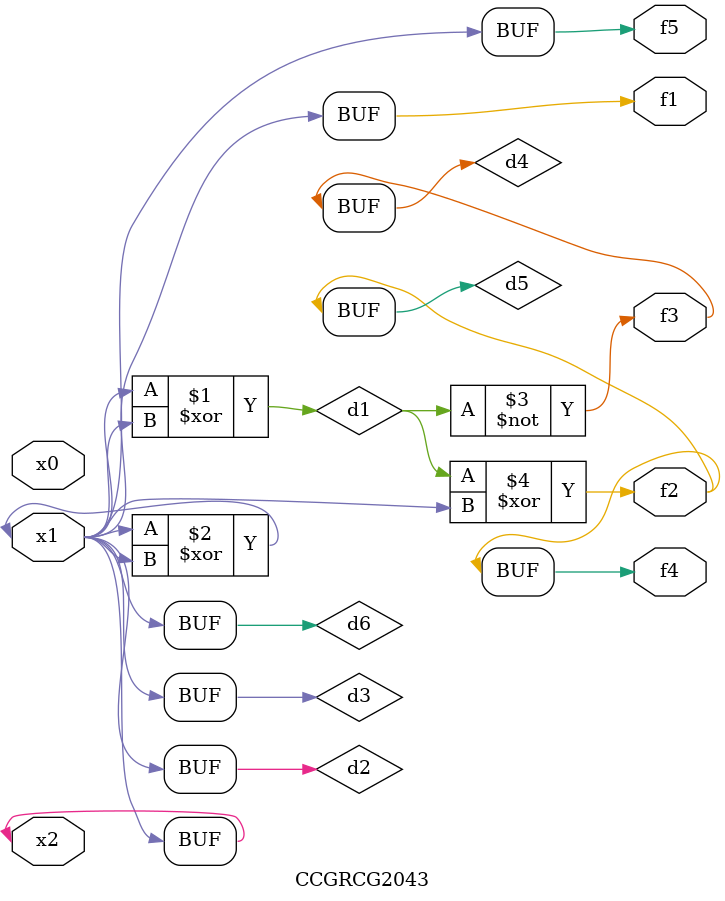
<source format=v>
module CCGRCG2043(
	input x0, x1, x2,
	output f1, f2, f3, f4, f5
);

	wire d1, d2, d3, d4, d5, d6;

	xor (d1, x1, x2);
	buf (d2, x1, x2);
	xor (d3, x1, x2);
	nor (d4, d1);
	xor (d5, d1, d2);
	buf (d6, d2, d3);
	assign f1 = d6;
	assign f2 = d5;
	assign f3 = d4;
	assign f4 = d5;
	assign f5 = d6;
endmodule

</source>
